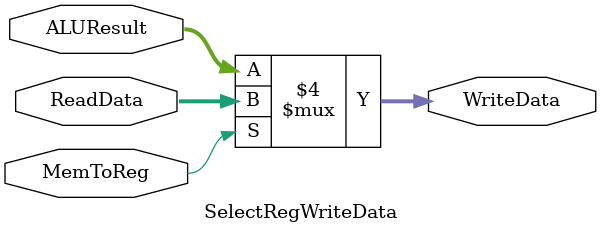
<source format=v>
`timescale 1ns / 1ps


module SelectRegWriteData(
    input MemToReg,
    input [31:0] ReadData,
    input [31:0] ALUResult,
    output reg [31:0] WriteData
    );
    
    always @ (MemToReg or ReadData or ALUResult)
    begin
        if(MemToReg == 1) WriteData = ReadData;
        else WriteData = ALUResult;
    end
endmodule

</source>
